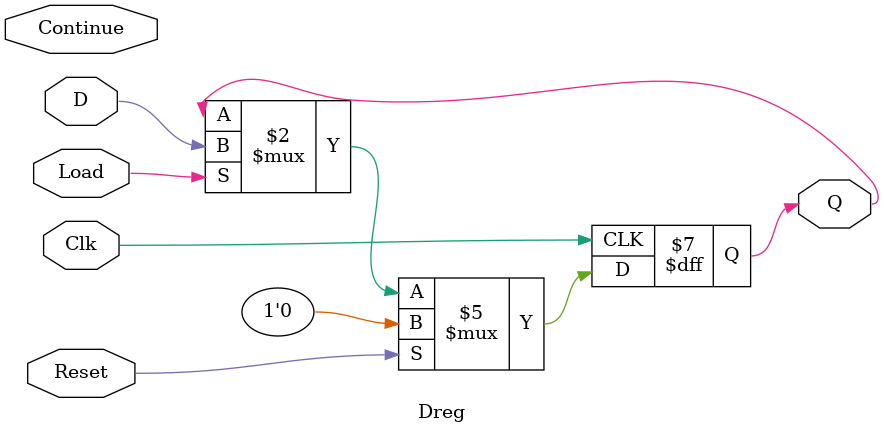
<source format=sv>
module Dreg (
				input Clk,  Reset,Load, D,Continue,
				output logic Q );
				
always_ff @ (posedge Clk )
begin
		if (Reset)
			Q <= 1'b0;
		else if(Load)
			Q <=D;
end
endmodule

</source>
